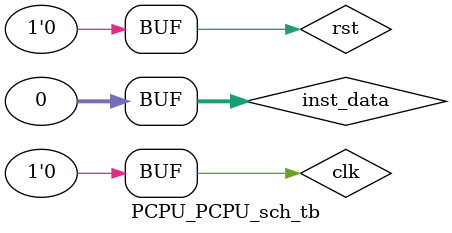
<source format=v>

`timescale 1ns / 1ps

module PCPU_PCPU_sch_tb();

// Inputs
   reg clk;
   reg rst;
   reg [31:0] inst_data;

// Output
   wire mem_we;
   wire [31:0] mem_addr;
   wire [31:0] mem_data;
   wire [31:0] inst_addr;

// Bidirs

// Instantiate the UUT
   PCPU UUT (
		.clk(clk), 
		.rst(rst), 
		.mem_we(mem_we), 
		.mem_addr(mem_addr), 
		.mem_data(mem_data), 
		.inst_addr(inst_addr), 
		.inst_data(inst_data)
   );
// Initialize Inputs
    initial begin
		clk = 0;
		rst = 0;
		inst_data = 0;
	end
endmodule

</source>
